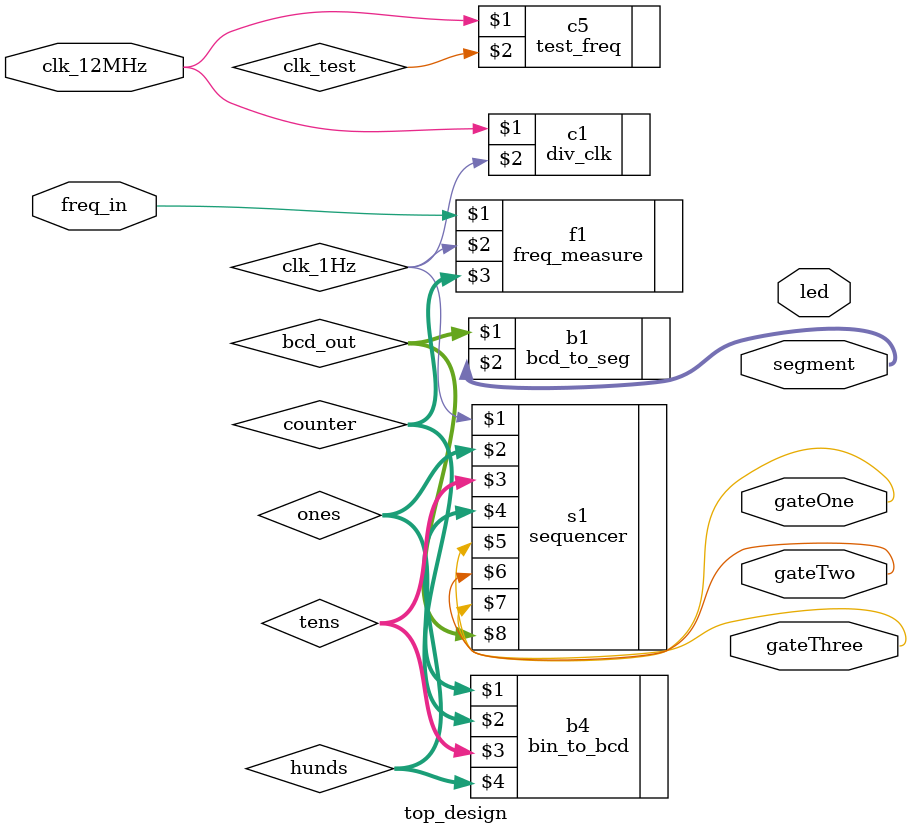
<source format=v>
module top_design
(
input  clk_12MHz,
input  freq_in,
output gateOne,
output gateTwo,
output gateThree,

output reg [3:0] led,
output [6:0] segment
);




wire clk_1Hz;
wire clk_test;
wire [3:0] ones;
wire [3:0] tens;
wire [3:0] hunds;

wire [3:0] bcd_out;

wire [29:0] counter;

div_clk c1
(clk_12MHz, clk_1Hz);

test_freq c5
(clk_12MHz, clk_test);

bcd_to_seg b1
(bcd_out, segment);

bin_to_bcd b4
(counter, ones, tens, hunds);

sequencer s1
(clk_1Hz, ones, tens, hunds, gateOne, gateTwo, gateThree, bcd_out);

freq_measure f1
(freq_in, clk_1Hz, counter);






endmodule

</source>
